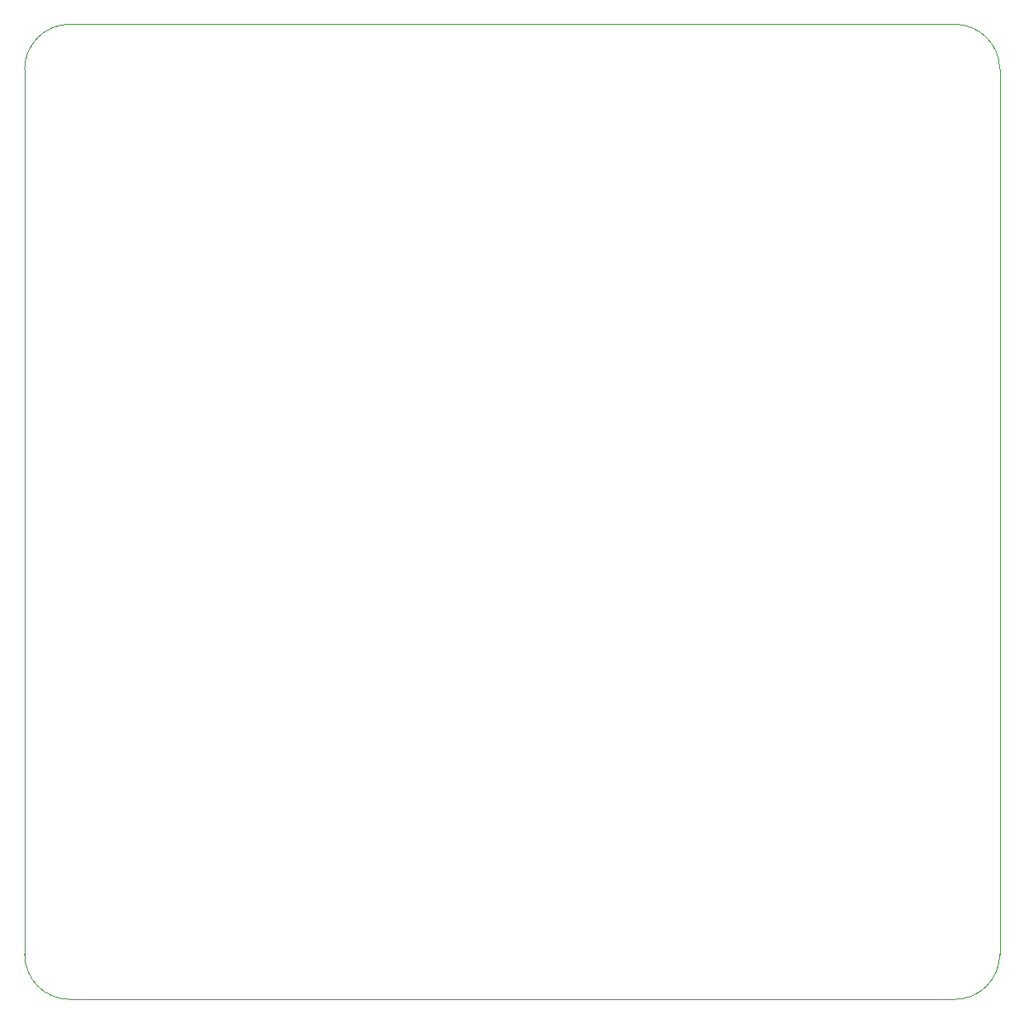
<source format=gm1>
G04 #@! TF.GenerationSoftware,KiCad,Pcbnew,(5.1.10-1-10_14)*
G04 #@! TF.CreationDate,2021-09-13T20:56:39+12:00*
G04 #@! TF.ProjectId,joint_pcb,6a6f696e-745f-4706-9362-2e6b69636164,rev?*
G04 #@! TF.SameCoordinates,Original*
G04 #@! TF.FileFunction,Profile,NP*
%FSLAX46Y46*%
G04 Gerber Fmt 4.6, Leading zero omitted, Abs format (unit mm)*
G04 Created by KiCad (PCBNEW (5.1.10-1-10_14)) date 2021-09-13 20:56:39*
%MOMM*%
%LPD*%
G01*
G04 APERTURE LIST*
G04 #@! TA.AperFunction,Profile*
%ADD10C,0.050000*%
G04 #@! TD*
G04 APERTURE END LIST*
D10*
X52367600Y-49474400D02*
X52367600Y-140203200D01*
X56990400Y-144826000D02*
X147719200Y-144826000D01*
X152342000Y-140203200D02*
X152342000Y-49474400D01*
X147719200Y-44851600D02*
X56990400Y-44851600D01*
X52367600Y-49474400D02*
G75*
G02*
X56990400Y-44851600I4622800J0D01*
G01*
X56990400Y-144826000D02*
G75*
G02*
X52367600Y-140203200I0J4622800D01*
G01*
X152342000Y-140203200D02*
G75*
G02*
X147719200Y-144826000I-4622800J0D01*
G01*
X147719200Y-44851600D02*
G75*
G02*
X152342000Y-49474400I0J-4622800D01*
G01*
M02*

</source>
